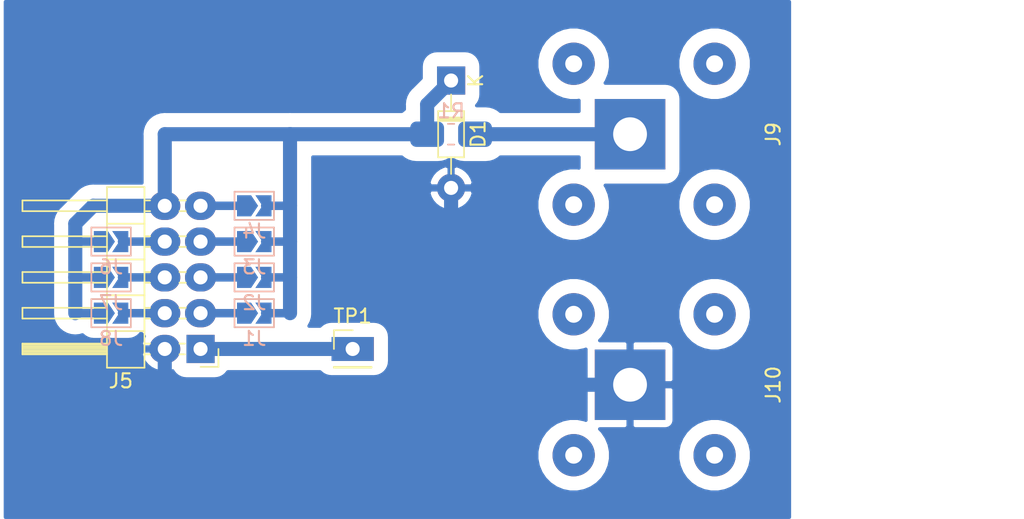
<source format=kicad_pcb>
(kicad_pcb (version 20171130) (host pcbnew "(5.1.9)-1")

  (general
    (thickness 1.6)
    (drawings 0)
    (tracks 36)
    (zones 0)
    (modules 13)
    (nets 12)
  )

  (page A4)
  (layers
    (0 F.Cu signal)
    (31 B.Cu signal)
    (32 B.Adhes user)
    (33 F.Adhes user)
    (34 B.Paste user)
    (35 F.Paste user)
    (36 B.SilkS user)
    (37 F.SilkS user)
    (38 B.Mask user)
    (39 F.Mask user)
    (40 Dwgs.User user)
    (41 Cmts.User user)
    (42 Eco1.User user)
    (43 Eco2.User user)
    (44 Edge.Cuts user)
    (45 Margin user)
    (46 B.CrtYd user)
    (47 F.CrtYd user)
    (48 B.Fab user)
    (49 F.Fab user)
  )

  (setup
    (last_trace_width 0.25)
    (user_trace_width 0.6)
    (user_trace_width 1)
    (trace_clearance 0.2)
    (zone_clearance 1)
    (zone_45_only no)
    (trace_min 0.2)
    (via_size 0.8)
    (via_drill 0.4)
    (via_min_size 0.4)
    (via_min_drill 0.3)
    (uvia_size 0.3)
    (uvia_drill 0.1)
    (uvias_allowed no)
    (uvia_min_size 0.2)
    (uvia_min_drill 0.1)
    (edge_width 0.1)
    (segment_width 0.2)
    (pcb_text_width 0.3)
    (pcb_text_size 1.5 1.5)
    (mod_edge_width 0.15)
    (mod_text_size 1 1)
    (mod_text_width 0.15)
    (pad_size 1.524 1.524)
    (pad_drill 0.762)
    (pad_to_mask_clearance 0)
    (aux_axis_origin 0 0)
    (visible_elements 7FFFFFFF)
    (pcbplotparams
      (layerselection 0x010fc_ffffffff)
      (usegerberextensions false)
      (usegerberattributes true)
      (usegerberadvancedattributes true)
      (creategerberjobfile true)
      (excludeedgelayer true)
      (linewidth 0.100000)
      (plotframeref false)
      (viasonmask false)
      (mode 1)
      (useauxorigin false)
      (hpglpennumber 1)
      (hpglpenspeed 20)
      (hpglpendiameter 15.000000)
      (psnegative false)
      (psa4output false)
      (plotreference true)
      (plotvalue true)
      (plotinvisibletext false)
      (padsonsilk false)
      (subtractmaskfromsilk false)
      (outputformat 1)
      (mirror false)
      (drillshape 1)
      (scaleselection 1)
      (outputdirectory ""))
  )

  (net 0 "")
  (net 1 "Net-(D1-Pad2)")
  (net 2 "Net-(D1-Pad1)")
  (net 3 "Net-(J1-Pad1)")
  (net 4 "Net-(J2-Pad1)")
  (net 5 "Net-(J3-Pad1)")
  (net 6 "Net-(J4-Pad1)")
  (net 7 "Net-(J5-Pad8)")
  (net 8 "Net-(J5-Pad6)")
  (net 9 "Net-(J5-Pad4)")
  (net 10 "Net-(J5-Pad1)")
  (net 11 "Net-(J9-Pad1)")

  (net_class Default "Toto je výchozí třída sítě."
    (clearance 0.2)
    (trace_width 0.25)
    (via_dia 0.8)
    (via_drill 0.4)
    (uvia_dia 0.3)
    (uvia_drill 0.1)
    (add_net "Net-(D1-Pad1)")
    (add_net "Net-(D1-Pad2)")
    (add_net "Net-(J1-Pad1)")
    (add_net "Net-(J2-Pad1)")
    (add_net "Net-(J3-Pad1)")
    (add_net "Net-(J4-Pad1)")
    (add_net "Net-(J5-Pad1)")
    (add_net "Net-(J5-Pad4)")
    (add_net "Net-(J5-Pad6)")
    (add_net "Net-(J5-Pad8)")
    (add_net "Net-(J9-Pad1)")
  )

  (module Jumper:SolderJumper-2_P1.3mm_Open_TrianglePad1.0x1.5mm (layer B.Cu) (tedit 5A64794F) (tstamp 60514661)
    (at 156.845 93.345)
    (descr "SMD Solder Jumper, 1x1.5mm Triangular Pads, 0.3mm gap, open")
    (tags "solder jumper open")
    (path /6053DACB)
    (attr virtual)
    (fp_text reference J8 (at 0 1.8) (layer B.SilkS)
      (effects (font (size 1 1) (thickness 0.15)) (justify mirror))
    )
    (fp_text value Conn_01x02_Male (at 0 -1.9) (layer B.Fab)
      (effects (font (size 1 1) (thickness 0.15)) (justify mirror))
    )
    (fp_line (start 1.65 -1.25) (end -1.65 -1.25) (layer B.CrtYd) (width 0.05))
    (fp_line (start 1.65 -1.25) (end 1.65 1.25) (layer B.CrtYd) (width 0.05))
    (fp_line (start -1.65 1.25) (end -1.65 -1.25) (layer B.CrtYd) (width 0.05))
    (fp_line (start -1.65 1.25) (end 1.65 1.25) (layer B.CrtYd) (width 0.05))
    (fp_line (start -1.4 1) (end 1.4 1) (layer B.SilkS) (width 0.12))
    (fp_line (start 1.4 1) (end 1.4 -1) (layer B.SilkS) (width 0.12))
    (fp_line (start 1.4 -1) (end -1.4 -1) (layer B.SilkS) (width 0.12))
    (fp_line (start -1.4 -1) (end -1.4 1) (layer B.SilkS) (width 0.12))
    (pad 1 smd custom (at -0.725 0) (size 0.3 0.3) (layers B.Cu B.Mask)
      (net 2 "Net-(D1-Pad1)") (zone_connect 2)
      (options (clearance outline) (anchor rect))
      (primitives
        (gr_poly (pts
           (xy -0.5 0.75) (xy 0.5 0.75) (xy 1 0) (xy 0.5 -0.75) (xy -0.5 -0.75)
) (width 0))
      ))
    (pad 2 smd custom (at 0.725 0) (size 0.3 0.3) (layers B.Cu B.Mask)
      (net 9 "Net-(J5-Pad4)") (zone_connect 2)
      (options (clearance outline) (anchor rect))
      (primitives
        (gr_poly (pts
           (xy -0.65 0.75) (xy 0.5 0.75) (xy 0.5 -0.75) (xy -0.65 -0.75) (xy -0.15 0)
) (width 0))
      ))
  )

  (module Jumper:SolderJumper-2_P1.3mm_Open_TrianglePad1.0x1.5mm (layer B.Cu) (tedit 5A64794F) (tstamp 60514653)
    (at 156.845 90.805)
    (descr "SMD Solder Jumper, 1x1.5mm Triangular Pads, 0.3mm gap, open")
    (tags "solder jumper open")
    (path /6053E92D)
    (attr virtual)
    (fp_text reference J7 (at 0 1.8) (layer B.SilkS)
      (effects (font (size 1 1) (thickness 0.15)) (justify mirror))
    )
    (fp_text value Conn_01x02_Male (at 0 -1.9) (layer B.Fab)
      (effects (font (size 1 1) (thickness 0.15)) (justify mirror))
    )
    (fp_line (start 1.65 -1.25) (end -1.65 -1.25) (layer B.CrtYd) (width 0.05))
    (fp_line (start 1.65 -1.25) (end 1.65 1.25) (layer B.CrtYd) (width 0.05))
    (fp_line (start -1.65 1.25) (end -1.65 -1.25) (layer B.CrtYd) (width 0.05))
    (fp_line (start -1.65 1.25) (end 1.65 1.25) (layer B.CrtYd) (width 0.05))
    (fp_line (start -1.4 1) (end 1.4 1) (layer B.SilkS) (width 0.12))
    (fp_line (start 1.4 1) (end 1.4 -1) (layer B.SilkS) (width 0.12))
    (fp_line (start 1.4 -1) (end -1.4 -1) (layer B.SilkS) (width 0.12))
    (fp_line (start -1.4 -1) (end -1.4 1) (layer B.SilkS) (width 0.12))
    (pad 1 smd custom (at -0.725 0) (size 0.3 0.3) (layers B.Cu B.Mask)
      (net 2 "Net-(D1-Pad1)") (zone_connect 2)
      (options (clearance outline) (anchor rect))
      (primitives
        (gr_poly (pts
           (xy -0.5 0.75) (xy 0.5 0.75) (xy 1 0) (xy 0.5 -0.75) (xy -0.5 -0.75)
) (width 0))
      ))
    (pad 2 smd custom (at 0.725 0) (size 0.3 0.3) (layers B.Cu B.Mask)
      (net 8 "Net-(J5-Pad6)") (zone_connect 2)
      (options (clearance outline) (anchor rect))
      (primitives
        (gr_poly (pts
           (xy -0.65 0.75) (xy 0.5 0.75) (xy 0.5 -0.75) (xy -0.65 -0.75) (xy -0.15 0)
) (width 0))
      ))
  )

  (module Jumper:SolderJumper-2_P1.3mm_Open_TrianglePad1.0x1.5mm (layer B.Cu) (tedit 5A64794F) (tstamp 60514645)
    (at 156.845 88.265)
    (descr "SMD Solder Jumper, 1x1.5mm Triangular Pads, 0.3mm gap, open")
    (tags "solder jumper open")
    (path /6053F0C1)
    (attr virtual)
    (fp_text reference J6 (at 0 1.8) (layer B.SilkS)
      (effects (font (size 1 1) (thickness 0.15)) (justify mirror))
    )
    (fp_text value Conn_01x02_Male (at 0 -1.9) (layer B.Fab)
      (effects (font (size 1 1) (thickness 0.15)) (justify mirror))
    )
    (fp_line (start 1.65 -1.25) (end -1.65 -1.25) (layer B.CrtYd) (width 0.05))
    (fp_line (start 1.65 -1.25) (end 1.65 1.25) (layer B.CrtYd) (width 0.05))
    (fp_line (start -1.65 1.25) (end -1.65 -1.25) (layer B.CrtYd) (width 0.05))
    (fp_line (start -1.65 1.25) (end 1.65 1.25) (layer B.CrtYd) (width 0.05))
    (fp_line (start -1.4 1) (end 1.4 1) (layer B.SilkS) (width 0.12))
    (fp_line (start 1.4 1) (end 1.4 -1) (layer B.SilkS) (width 0.12))
    (fp_line (start 1.4 -1) (end -1.4 -1) (layer B.SilkS) (width 0.12))
    (fp_line (start -1.4 -1) (end -1.4 1) (layer B.SilkS) (width 0.12))
    (pad 1 smd custom (at -0.725 0) (size 0.3 0.3) (layers B.Cu B.Mask)
      (net 2 "Net-(D1-Pad1)") (zone_connect 2)
      (options (clearance outline) (anchor rect))
      (primitives
        (gr_poly (pts
           (xy -0.5 0.75) (xy 0.5 0.75) (xy 1 0) (xy 0.5 -0.75) (xy -0.5 -0.75)
) (width 0))
      ))
    (pad 2 smd custom (at 0.725 0) (size 0.3 0.3) (layers B.Cu B.Mask)
      (net 7 "Net-(J5-Pad8)") (zone_connect 2)
      (options (clearance outline) (anchor rect))
      (primitives
        (gr_poly (pts
           (xy -0.65 0.75) (xy 0.5 0.75) (xy 0.5 -0.75) (xy -0.65 -0.75) (xy -0.15 0)
) (width 0))
      ))
  )

  (module Jumper:SolderJumper-2_P1.3mm_Open_TrianglePad1.0x1.5mm (layer B.Cu) (tedit 5A64794F) (tstamp 605145CF)
    (at 167.005 85.725)
    (descr "SMD Solder Jumper, 1x1.5mm Triangular Pads, 0.3mm gap, open")
    (tags "solder jumper open")
    (path /605396F3)
    (attr virtual)
    (fp_text reference J4 (at 0 1.8) (layer B.SilkS)
      (effects (font (size 1 1) (thickness 0.15)) (justify mirror))
    )
    (fp_text value Conn_01x02_Male (at 0 -1.9) (layer B.Fab)
      (effects (font (size 1 1) (thickness 0.15)) (justify mirror))
    )
    (fp_line (start 1.65 -1.25) (end -1.65 -1.25) (layer B.CrtYd) (width 0.05))
    (fp_line (start 1.65 -1.25) (end 1.65 1.25) (layer B.CrtYd) (width 0.05))
    (fp_line (start -1.65 1.25) (end -1.65 -1.25) (layer B.CrtYd) (width 0.05))
    (fp_line (start -1.65 1.25) (end 1.65 1.25) (layer B.CrtYd) (width 0.05))
    (fp_line (start -1.4 1) (end 1.4 1) (layer B.SilkS) (width 0.12))
    (fp_line (start 1.4 1) (end 1.4 -1) (layer B.SilkS) (width 0.12))
    (fp_line (start 1.4 -1) (end -1.4 -1) (layer B.SilkS) (width 0.12))
    (fp_line (start -1.4 -1) (end -1.4 1) (layer B.SilkS) (width 0.12))
    (pad 1 smd custom (at -0.725 0) (size 0.3 0.3) (layers B.Cu B.Mask)
      (net 6 "Net-(J4-Pad1)") (zone_connect 2)
      (options (clearance outline) (anchor rect))
      (primitives
        (gr_poly (pts
           (xy -0.5 0.75) (xy 0.5 0.75) (xy 1 0) (xy 0.5 -0.75) (xy -0.5 -0.75)
) (width 0))
      ))
    (pad 2 smd custom (at 0.725 0) (size 0.3 0.3) (layers B.Cu B.Mask)
      (net 2 "Net-(D1-Pad1)") (zone_connect 2)
      (options (clearance outline) (anchor rect))
      (primitives
        (gr_poly (pts
           (xy -0.65 0.75) (xy 0.5 0.75) (xy 0.5 -0.75) (xy -0.65 -0.75) (xy -0.15 0)
) (width 0))
      ))
  )

  (module Jumper:SolderJumper-2_P1.3mm_Open_TrianglePad1.0x1.5mm (layer B.Cu) (tedit 5A64794F) (tstamp 605145C1)
    (at 167.005 88.265)
    (descr "SMD Solder Jumper, 1x1.5mm Triangular Pads, 0.3mm gap, open")
    (tags "solder jumper open")
    (path /605352E5)
    (attr virtual)
    (fp_text reference J3 (at 0 1.8) (layer B.SilkS)
      (effects (font (size 1 1) (thickness 0.15)) (justify mirror))
    )
    (fp_text value Conn_01x02_Male (at 0 -1.9) (layer B.Fab)
      (effects (font (size 1 1) (thickness 0.15)) (justify mirror))
    )
    (fp_line (start 1.65 -1.25) (end -1.65 -1.25) (layer B.CrtYd) (width 0.05))
    (fp_line (start 1.65 -1.25) (end 1.65 1.25) (layer B.CrtYd) (width 0.05))
    (fp_line (start -1.65 1.25) (end -1.65 -1.25) (layer B.CrtYd) (width 0.05))
    (fp_line (start -1.65 1.25) (end 1.65 1.25) (layer B.CrtYd) (width 0.05))
    (fp_line (start -1.4 1) (end 1.4 1) (layer B.SilkS) (width 0.12))
    (fp_line (start 1.4 1) (end 1.4 -1) (layer B.SilkS) (width 0.12))
    (fp_line (start 1.4 -1) (end -1.4 -1) (layer B.SilkS) (width 0.12))
    (fp_line (start -1.4 -1) (end -1.4 1) (layer B.SilkS) (width 0.12))
    (pad 1 smd custom (at -0.725 0) (size 0.3 0.3) (layers B.Cu B.Mask)
      (net 5 "Net-(J3-Pad1)") (zone_connect 2)
      (options (clearance outline) (anchor rect))
      (primitives
        (gr_poly (pts
           (xy -0.5 0.75) (xy 0.5 0.75) (xy 1 0) (xy 0.5 -0.75) (xy -0.5 -0.75)
) (width 0))
      ))
    (pad 2 smd custom (at 0.725 0) (size 0.3 0.3) (layers B.Cu B.Mask)
      (net 2 "Net-(D1-Pad1)") (zone_connect 2)
      (options (clearance outline) (anchor rect))
      (primitives
        (gr_poly (pts
           (xy -0.65 0.75) (xy 0.5 0.75) (xy 0.5 -0.75) (xy -0.65 -0.75) (xy -0.15 0)
) (width 0))
      ))
  )

  (module Jumper:SolderJumper-2_P1.3mm_Open_TrianglePad1.0x1.5mm (layer B.Cu) (tedit 5A64794F) (tstamp 605145B3)
    (at 167.005 90.805)
    (descr "SMD Solder Jumper, 1x1.5mm Triangular Pads, 0.3mm gap, open")
    (tags "solder jumper open")
    (path /60534A19)
    (attr virtual)
    (fp_text reference J2 (at 0 1.8) (layer B.SilkS)
      (effects (font (size 1 1) (thickness 0.15)) (justify mirror))
    )
    (fp_text value Conn_01x02_Male (at 0 -1.9) (layer B.Fab)
      (effects (font (size 1 1) (thickness 0.15)) (justify mirror))
    )
    (fp_line (start 1.65 -1.25) (end -1.65 -1.25) (layer B.CrtYd) (width 0.05))
    (fp_line (start 1.65 -1.25) (end 1.65 1.25) (layer B.CrtYd) (width 0.05))
    (fp_line (start -1.65 1.25) (end -1.65 -1.25) (layer B.CrtYd) (width 0.05))
    (fp_line (start -1.65 1.25) (end 1.65 1.25) (layer B.CrtYd) (width 0.05))
    (fp_line (start -1.4 1) (end 1.4 1) (layer B.SilkS) (width 0.12))
    (fp_line (start 1.4 1) (end 1.4 -1) (layer B.SilkS) (width 0.12))
    (fp_line (start 1.4 -1) (end -1.4 -1) (layer B.SilkS) (width 0.12))
    (fp_line (start -1.4 -1) (end -1.4 1) (layer B.SilkS) (width 0.12))
    (pad 1 smd custom (at -0.725 0) (size 0.3 0.3) (layers B.Cu B.Mask)
      (net 4 "Net-(J2-Pad1)") (zone_connect 2)
      (options (clearance outline) (anchor rect))
      (primitives
        (gr_poly (pts
           (xy -0.5 0.75) (xy 0.5 0.75) (xy 1 0) (xy 0.5 -0.75) (xy -0.5 -0.75)
) (width 0))
      ))
    (pad 2 smd custom (at 0.725 0) (size 0.3 0.3) (layers B.Cu B.Mask)
      (net 2 "Net-(D1-Pad1)") (zone_connect 2)
      (options (clearance outline) (anchor rect))
      (primitives
        (gr_poly (pts
           (xy -0.65 0.75) (xy 0.5 0.75) (xy 0.5 -0.75) (xy -0.65 -0.75) (xy -0.15 0)
) (width 0))
      ))
  )

  (module Jumper:SolderJumper-2_P1.3mm_Open_TrianglePad1.0x1.5mm (layer B.Cu) (tedit 5A64794F) (tstamp 605145A5)
    (at 167.005 93.345)
    (descr "SMD Solder Jumper, 1x1.5mm Triangular Pads, 0.3mm gap, open")
    (tags "solder jumper open")
    (path /60531B24)
    (attr virtual)
    (fp_text reference J1 (at 0 1.8) (layer B.SilkS)
      (effects (font (size 1 1) (thickness 0.15)) (justify mirror))
    )
    (fp_text value Conn_01x02_Male (at 0 -1.9) (layer B.Fab)
      (effects (font (size 1 1) (thickness 0.15)) (justify mirror))
    )
    (fp_line (start 1.65 -1.25) (end -1.65 -1.25) (layer B.CrtYd) (width 0.05))
    (fp_line (start 1.65 -1.25) (end 1.65 1.25) (layer B.CrtYd) (width 0.05))
    (fp_line (start -1.65 1.25) (end -1.65 -1.25) (layer B.CrtYd) (width 0.05))
    (fp_line (start -1.65 1.25) (end 1.65 1.25) (layer B.CrtYd) (width 0.05))
    (fp_line (start -1.4 1) (end 1.4 1) (layer B.SilkS) (width 0.12))
    (fp_line (start 1.4 1) (end 1.4 -1) (layer B.SilkS) (width 0.12))
    (fp_line (start 1.4 -1) (end -1.4 -1) (layer B.SilkS) (width 0.12))
    (fp_line (start -1.4 -1) (end -1.4 1) (layer B.SilkS) (width 0.12))
    (pad 1 smd custom (at -0.725 0) (size 0.3 0.3) (layers B.Cu B.Mask)
      (net 3 "Net-(J1-Pad1)") (zone_connect 2)
      (options (clearance outline) (anchor rect))
      (primitives
        (gr_poly (pts
           (xy -0.5 0.75) (xy 0.5 0.75) (xy 1 0) (xy 0.5 -0.75) (xy -0.5 -0.75)
) (width 0))
      ))
    (pad 2 smd custom (at 0.725 0) (size 0.3 0.3) (layers B.Cu B.Mask)
      (net 2 "Net-(D1-Pad1)") (zone_connect 2)
      (options (clearance outline) (anchor rect))
      (primitives
        (gr_poly (pts
           (xy -0.65 0.75) (xy 0.5 0.75) (xy 0.5 -0.75) (xy -0.65 -0.75) (xy -0.15 0)
) (width 0))
      ))
  )

  (module AR_Library:AR_PinHeader_1x01_P2.54mm_Vertical (layer F.Cu) (tedit 60192AC7) (tstamp 60512E38)
    (at 173.99 95.885)
    (descr "Through hole straight pin header, 1x01, 2.54mm pitch, single row")
    (tags "Through hole pin header THT 1x01 2.54mm single row")
    (path /606BD50E)
    (fp_text reference TP1 (at 0 -2.33) (layer F.SilkS)
      (effects (font (size 1 1) (thickness 0.15)))
    )
    (fp_text value TestPoint (at 0 2.33) (layer F.Fab)
      (effects (font (size 1 1) (thickness 0.15)))
    )
    (fp_line (start -0.635 -1.27) (end 1.27 -1.27) (layer F.Fab) (width 0.1))
    (fp_line (start 1.27 -1.27) (end 1.27 1.27) (layer F.Fab) (width 0.1))
    (fp_line (start 1.27 1.27) (end -1.27 1.27) (layer F.Fab) (width 0.1))
    (fp_line (start -1.27 1.27) (end -1.27 -0.635) (layer F.Fab) (width 0.1))
    (fp_line (start -1.27 -0.635) (end -0.635 -1.27) (layer F.Fab) (width 0.1))
    (fp_line (start -1.33 1.33) (end 1.33 1.33) (layer F.SilkS) (width 0.12))
    (fp_line (start -1.33 1.27) (end -1.33 1.33) (layer F.SilkS) (width 0.12))
    (fp_line (start 1.33 1.27) (end 1.33 1.33) (layer F.SilkS) (width 0.12))
    (fp_line (start -1.33 1.27) (end 1.33 1.27) (layer F.SilkS) (width 0.12))
    (fp_line (start -1.33 0) (end -1.33 -1.33) (layer F.SilkS) (width 0.12))
    (fp_line (start -1.33 -1.33) (end 0 -1.33) (layer F.SilkS) (width 0.12))
    (fp_line (start -1.8 -1.8) (end -1.8 1.8) (layer F.CrtYd) (width 0.05))
    (fp_line (start -1.8 1.8) (end 1.8 1.8) (layer F.CrtYd) (width 0.05))
    (fp_line (start 1.8 1.8) (end 1.8 -1.8) (layer F.CrtYd) (width 0.05))
    (fp_line (start 1.8 -1.8) (end -1.8 -1.8) (layer F.CrtYd) (width 0.05))
    (fp_text user %R (at 0 0 90) (layer F.Fab)
      (effects (font (size 1 1) (thickness 0.15)))
    )
    (pad 1 thru_hole rect (at 0 0) (size 3 1.7) (drill 1) (layers *.Cu *.Mask)
      (net 10 "Net-(J5-Pad1)"))
    (model ${KISYS3DMOD}/Connector_PinHeader_2.54mm.3dshapes/PinHeader_1x01_P2.54mm_Vertical.wrl
      (at (xyz 0 0 0))
      (scale (xyz 1 1 1))
      (rotate (xyz 0 0 0))
    )
  )

  (module AR_Library:AR_R_0805_2012Metric (layer B.Cu) (tedit 601926D9) (tstamp 60512E23)
    (at 180.975 80.645 180)
    (descr "Resistor SMD 0805 (2012 Metric), square (rectangular) end terminal, IPC_7351 nominal, (Body size source: IPC-SM-782 page 72, https://www.pcb-3d.com/wordpress/wp-content/uploads/ipc-sm-782a_amendment_1_and_2.pdf), generated with kicad-footprint-generator")
    (tags resistor)
    (path /6050F325)
    (attr smd)
    (fp_text reference R1 (at 0 1.65) (layer B.SilkS)
      (effects (font (size 1 1) (thickness 0.15)) (justify mirror))
    )
    (fp_text value 10k (at 0 -1.65) (layer B.Fab)
      (effects (font (size 1 1) (thickness 0.15)) (justify mirror))
    )
    (fp_line (start -1 -0.625) (end -1 0.625) (layer B.Fab) (width 0.1))
    (fp_line (start -1 0.625) (end 1 0.625) (layer B.Fab) (width 0.1))
    (fp_line (start 1 0.625) (end 1 -0.625) (layer B.Fab) (width 0.1))
    (fp_line (start 1 -0.625) (end -1 -0.625) (layer B.Fab) (width 0.1))
    (fp_line (start -0.227064 0.735) (end 0.227064 0.735) (layer B.SilkS) (width 0.12))
    (fp_line (start -0.227064 -0.735) (end 0.227064 -0.735) (layer B.SilkS) (width 0.12))
    (fp_line (start -1.68 -0.95) (end -1.68 0.95) (layer B.CrtYd) (width 0.05))
    (fp_line (start -1.68 0.95) (end 1.68 0.95) (layer B.CrtYd) (width 0.05))
    (fp_line (start 1.68 0.95) (end 1.68 -0.95) (layer B.CrtYd) (width 0.05))
    (fp_line (start 1.68 -0.95) (end -1.68 -0.95) (layer B.CrtYd) (width 0.05))
    (fp_text user %R (at 0 0) (layer B.Fab)
      (effects (font (size 0.5 0.5) (thickness 0.08)) (justify mirror))
    )
    (pad 2 smd roundrect (at 1.7 0 180) (size 2.4 1.8) (layers B.Cu B.Paste B.Mask) (roundrect_rratio 0.244)
      (net 2 "Net-(D1-Pad1)"))
    (pad 1 smd roundrect (at -1.7 0 180) (size 2.4 1.8) (layers B.Cu B.Paste B.Mask) (roundrect_rratio 0.244)
      (net 11 "Net-(J9-Pad1)"))
    (model ${KISYS3DMOD}/Resistor_SMD.3dshapes/R_0805_2012Metric.wrl
      (at (xyz 0 0 0))
      (scale (xyz 1 1 1))
      (rotate (xyz 0 0 0))
    )
  )

  (module AR_Library:AR_AMASS_4mm_Horizontal (layer F.Cu) (tedit 604E3814) (tstamp 60512E12)
    (at 193.675 98.425 270)
    (descr "Connector XT30 Horizontal PCB Male, https://www.tme.eu/en/Document/ce4077e36b79046da520ca73227e15de/XT30PW%20SPEC.pdf")
    (tags "RC Connector XT30")
    (path /6051A2D4)
    (fp_text reference J10 (at 0 -10.16 90) (layer F.SilkS)
      (effects (font (size 1 1) (thickness 0.15)))
    )
    (fp_text value Conn_01x01_Female (at 0 7.62 90) (layer F.Fab)
      (effects (font (size 1 1) (thickness 0.15)))
    )
    (fp_line (start -7.62 -27.94) (end -7.62 6.35) (layer F.CrtYd) (width 0.05))
    (fp_line (start -7.62 6.35) (end 7.62 6.35) (layer F.CrtYd) (width 0.05))
    (fp_line (start 7.62 -27.94) (end 7.62 6.35) (layer F.CrtYd) (width 0.05))
    (fp_line (start -7.62 -27.94) (end 7.62 -27.94) (layer F.CrtYd) (width 0.05))
    (fp_text user %R (at -2.5 -3 90) (layer F.Fab)
      (effects (font (size 1 1) (thickness 0.15)))
    )
    (pad "" thru_hole circle (at -5 -6 270) (size 3 3) (drill 1.2) (layers *.Cu *.Mask))
    (pad "" thru_hole circle (at 5 -6 270) (size 3 3) (drill 1.2) (layers *.Cu *.Mask))
    (pad "" thru_hole circle (at -5 4 270) (size 3 3) (drill 1.2) (layers *.Cu *.Mask))
    (pad 1 thru_hole rect (at 0 0 270) (size 5 5) (drill 2.4) (layers *.Cu *.Mask)
      (net 1 "Net-(D1-Pad2)"))
    (pad "" thru_hole circle (at 5 4 270) (size 3 3) (drill 1.2) (layers *.Cu *.Mask))
    (model ${KISYS3DMOD}/Connector_AMASS.3dshapes/AMASS_XT30PW-M_1x02_P2.50mm_Horizontal.wrl
      (at (xyz 0 0 0))
      (scale (xyz 1 1 1))
      (rotate (xyz 0 0 0))
    )
  )

  (module AR_Library:AR_AMASS_4mm_Horizontal (layer F.Cu) (tedit 604E3814) (tstamp 60512E04)
    (at 193.675 80.645 270)
    (descr "Connector XT30 Horizontal PCB Male, https://www.tme.eu/en/Document/ce4077e36b79046da520ca73227e15de/XT30PW%20SPEC.pdf")
    (tags "RC Connector XT30")
    (path /6051AB13)
    (fp_text reference J9 (at 0 -10.16 90) (layer F.SilkS)
      (effects (font (size 1 1) (thickness 0.15)))
    )
    (fp_text value Conn_01x01_Female (at 0 7.62 90) (layer F.Fab)
      (effects (font (size 1 1) (thickness 0.15)))
    )
    (fp_line (start -7.62 -27.94) (end -7.62 6.35) (layer F.CrtYd) (width 0.05))
    (fp_line (start -7.62 6.35) (end 7.62 6.35) (layer F.CrtYd) (width 0.05))
    (fp_line (start 7.62 -27.94) (end 7.62 6.35) (layer F.CrtYd) (width 0.05))
    (fp_line (start -7.62 -27.94) (end 7.62 -27.94) (layer F.CrtYd) (width 0.05))
    (fp_text user %R (at -2.5 -3 90) (layer F.Fab)
      (effects (font (size 1 1) (thickness 0.15)))
    )
    (pad "" thru_hole circle (at -5 -6 270) (size 3 3) (drill 1.2) (layers *.Cu *.Mask))
    (pad "" thru_hole circle (at 5 -6 270) (size 3 3) (drill 1.2) (layers *.Cu *.Mask))
    (pad "" thru_hole circle (at -5 4 270) (size 3 3) (drill 1.2) (layers *.Cu *.Mask))
    (pad 1 thru_hole rect (at 0 0 270) (size 5 5) (drill 2.4) (layers *.Cu *.Mask)
      (net 11 "Net-(J9-Pad1)"))
    (pad "" thru_hole circle (at 5 4 270) (size 3 3) (drill 1.2) (layers *.Cu *.Mask))
    (model ${KISYS3DMOD}/Connector_AMASS.3dshapes/AMASS_XT30PW-M_1x02_P2.50mm_Horizontal.wrl
      (at (xyz 0 0 0))
      (scale (xyz 1 1 1))
      (rotate (xyz 0 0 0))
    )
  )

  (module AR_Library:AR_PinHeader_2x05_P2.54mm_Horizontal (layer F.Cu) (tedit 604E2281) (tstamp 60512DF6)
    (at 163.195 95.885 180)
    (descr "Through hole angled pin header, 2x05, 2.54mm pitch, 6mm pin length, double rows")
    (tags "Through hole angled pin header THT 2x05 2.54mm double row")
    (path /60510CB1)
    (fp_text reference J5 (at 5.655 -2.27) (layer F.SilkS)
      (effects (font (size 1 1) (thickness 0.15)))
    )
    (fp_text value Conn_02x05_Odd_Even (at 5.655 12.43) (layer F.Fab)
      (effects (font (size 1 1) (thickness 0.15)))
    )
    (fp_line (start 4.675 -1.27) (end 6.58 -1.27) (layer F.Fab) (width 0.1))
    (fp_line (start 6.58 -1.27) (end 6.58 11.43) (layer F.Fab) (width 0.1))
    (fp_line (start 6.58 11.43) (end 4.04 11.43) (layer F.Fab) (width 0.1))
    (fp_line (start 4.04 11.43) (end 4.04 -0.635) (layer F.Fab) (width 0.1))
    (fp_line (start 4.04 -0.635) (end 4.675 -1.27) (layer F.Fab) (width 0.1))
    (fp_line (start -0.32 -0.32) (end 4.04 -0.32) (layer F.Fab) (width 0.1))
    (fp_line (start -0.32 -0.32) (end -0.32 0.32) (layer F.Fab) (width 0.1))
    (fp_line (start -0.32 0.32) (end 4.04 0.32) (layer F.Fab) (width 0.1))
    (fp_line (start 6.58 -0.32) (end 12.58 -0.32) (layer F.Fab) (width 0.1))
    (fp_line (start 12.58 -0.32) (end 12.58 0.32) (layer F.Fab) (width 0.1))
    (fp_line (start 6.58 0.32) (end 12.58 0.32) (layer F.Fab) (width 0.1))
    (fp_line (start -0.32 2.22) (end 4.04 2.22) (layer F.Fab) (width 0.1))
    (fp_line (start -0.32 2.22) (end -0.32 2.86) (layer F.Fab) (width 0.1))
    (fp_line (start -0.32 2.86) (end 4.04 2.86) (layer F.Fab) (width 0.1))
    (fp_line (start 6.58 2.22) (end 12.58 2.22) (layer F.Fab) (width 0.1))
    (fp_line (start 12.58 2.22) (end 12.58 2.86) (layer F.Fab) (width 0.1))
    (fp_line (start 6.58 2.86) (end 12.58 2.86) (layer F.Fab) (width 0.1))
    (fp_line (start -0.32 4.76) (end 4.04 4.76) (layer F.Fab) (width 0.1))
    (fp_line (start -0.32 4.76) (end -0.32 5.4) (layer F.Fab) (width 0.1))
    (fp_line (start -0.32 5.4) (end 4.04 5.4) (layer F.Fab) (width 0.1))
    (fp_line (start 6.58 4.76) (end 12.58 4.76) (layer F.Fab) (width 0.1))
    (fp_line (start 12.58 4.76) (end 12.58 5.4) (layer F.Fab) (width 0.1))
    (fp_line (start 6.58 5.4) (end 12.58 5.4) (layer F.Fab) (width 0.1))
    (fp_line (start -0.32 7.3) (end 4.04 7.3) (layer F.Fab) (width 0.1))
    (fp_line (start -0.32 7.3) (end -0.32 7.94) (layer F.Fab) (width 0.1))
    (fp_line (start -0.32 7.94) (end 4.04 7.94) (layer F.Fab) (width 0.1))
    (fp_line (start 6.58 7.3) (end 12.58 7.3) (layer F.Fab) (width 0.1))
    (fp_line (start 12.58 7.3) (end 12.58 7.94) (layer F.Fab) (width 0.1))
    (fp_line (start 6.58 7.94) (end 12.58 7.94) (layer F.Fab) (width 0.1))
    (fp_line (start -0.32 9.84) (end 4.04 9.84) (layer F.Fab) (width 0.1))
    (fp_line (start -0.32 9.84) (end -0.32 10.48) (layer F.Fab) (width 0.1))
    (fp_line (start -0.32 10.48) (end 4.04 10.48) (layer F.Fab) (width 0.1))
    (fp_line (start 6.58 9.84) (end 12.58 9.84) (layer F.Fab) (width 0.1))
    (fp_line (start 12.58 9.84) (end 12.58 10.48) (layer F.Fab) (width 0.1))
    (fp_line (start 6.58 10.48) (end 12.58 10.48) (layer F.Fab) (width 0.1))
    (fp_line (start 3.98 -1.33) (end 3.98 11.49) (layer F.SilkS) (width 0.12))
    (fp_line (start 3.98 11.49) (end 6.64 11.49) (layer F.SilkS) (width 0.12))
    (fp_line (start 6.64 11.49) (end 6.64 -1.33) (layer F.SilkS) (width 0.12))
    (fp_line (start 6.64 -1.33) (end 3.98 -1.33) (layer F.SilkS) (width 0.12))
    (fp_line (start 6.64 -0.38) (end 12.64 -0.38) (layer F.SilkS) (width 0.12))
    (fp_line (start 12.64 -0.38) (end 12.64 0.38) (layer F.SilkS) (width 0.12))
    (fp_line (start 12.64 0.38) (end 6.64 0.38) (layer F.SilkS) (width 0.12))
    (fp_line (start 6.64 -0.32) (end 12.64 -0.32) (layer F.SilkS) (width 0.12))
    (fp_line (start 6.64 -0.2) (end 12.64 -0.2) (layer F.SilkS) (width 0.12))
    (fp_line (start 6.64 -0.08) (end 12.64 -0.08) (layer F.SilkS) (width 0.12))
    (fp_line (start 6.64 0.04) (end 12.64 0.04) (layer F.SilkS) (width 0.12))
    (fp_line (start 6.64 0.16) (end 12.64 0.16) (layer F.SilkS) (width 0.12))
    (fp_line (start 6.64 0.28) (end 12.64 0.28) (layer F.SilkS) (width 0.12))
    (fp_line (start 3.582929 -0.38) (end 3.98 -0.38) (layer F.SilkS) (width 0.12))
    (fp_line (start 3.582929 0.38) (end 3.98 0.38) (layer F.SilkS) (width 0.12))
    (fp_line (start 1.11 -0.38) (end 1.497071 -0.38) (layer F.SilkS) (width 0.12))
    (fp_line (start 1.11 0.38) (end 1.497071 0.38) (layer F.SilkS) (width 0.12))
    (fp_line (start 3.98 1.27) (end 6.64 1.27) (layer F.SilkS) (width 0.12))
    (fp_line (start 6.64 2.16) (end 12.64 2.16) (layer F.SilkS) (width 0.12))
    (fp_line (start 12.64 2.16) (end 12.64 2.92) (layer F.SilkS) (width 0.12))
    (fp_line (start 12.64 2.92) (end 6.64 2.92) (layer F.SilkS) (width 0.12))
    (fp_line (start 3.582929 2.16) (end 3.98 2.16) (layer F.SilkS) (width 0.12))
    (fp_line (start 3.582929 2.92) (end 3.98 2.92) (layer F.SilkS) (width 0.12))
    (fp_line (start 1.042929 2.16) (end 1.497071 2.16) (layer F.SilkS) (width 0.12))
    (fp_line (start 1.042929 2.92) (end 1.497071 2.92) (layer F.SilkS) (width 0.12))
    (fp_line (start 3.98 3.81) (end 6.64 3.81) (layer F.SilkS) (width 0.12))
    (fp_line (start 6.64 4.7) (end 12.64 4.7) (layer F.SilkS) (width 0.12))
    (fp_line (start 12.64 4.7) (end 12.64 5.46) (layer F.SilkS) (width 0.12))
    (fp_line (start 12.64 5.46) (end 6.64 5.46) (layer F.SilkS) (width 0.12))
    (fp_line (start 3.582929 4.7) (end 3.98 4.7) (layer F.SilkS) (width 0.12))
    (fp_line (start 3.582929 5.46) (end 3.98 5.46) (layer F.SilkS) (width 0.12))
    (fp_line (start 1.042929 4.7) (end 1.497071 4.7) (layer F.SilkS) (width 0.12))
    (fp_line (start 1.042929 5.46) (end 1.497071 5.46) (layer F.SilkS) (width 0.12))
    (fp_line (start 3.98 6.35) (end 6.64 6.35) (layer F.SilkS) (width 0.12))
    (fp_line (start 6.64 7.24) (end 12.64 7.24) (layer F.SilkS) (width 0.12))
    (fp_line (start 12.64 7.24) (end 12.64 8) (layer F.SilkS) (width 0.12))
    (fp_line (start 12.64 8) (end 6.64 8) (layer F.SilkS) (width 0.12))
    (fp_line (start 3.582929 7.24) (end 3.98 7.24) (layer F.SilkS) (width 0.12))
    (fp_line (start 3.582929 8) (end 3.98 8) (layer F.SilkS) (width 0.12))
    (fp_line (start 1.042929 7.24) (end 1.497071 7.24) (layer F.SilkS) (width 0.12))
    (fp_line (start 1.042929 8) (end 1.497071 8) (layer F.SilkS) (width 0.12))
    (fp_line (start 3.98 8.89) (end 6.64 8.89) (layer F.SilkS) (width 0.12))
    (fp_line (start 6.64 9.78) (end 12.64 9.78) (layer F.SilkS) (width 0.12))
    (fp_line (start 12.64 9.78) (end 12.64 10.54) (layer F.SilkS) (width 0.12))
    (fp_line (start 12.64 10.54) (end 6.64 10.54) (layer F.SilkS) (width 0.12))
    (fp_line (start 3.582929 9.78) (end 3.98 9.78) (layer F.SilkS) (width 0.12))
    (fp_line (start 3.582929 10.54) (end 3.98 10.54) (layer F.SilkS) (width 0.12))
    (fp_line (start 1.042929 9.78) (end 1.497071 9.78) (layer F.SilkS) (width 0.12))
    (fp_line (start 1.042929 10.54) (end 1.497071 10.54) (layer F.SilkS) (width 0.12))
    (fp_line (start -1.27 0) (end -1.27 -1.27) (layer F.SilkS) (width 0.12))
    (fp_line (start -1.27 -1.27) (end 0 -1.27) (layer F.SilkS) (width 0.12))
    (fp_line (start -1.8 -1.8) (end -1.8 11.95) (layer F.CrtYd) (width 0.05))
    (fp_line (start -1.8 11.95) (end 13.1 11.95) (layer F.CrtYd) (width 0.05))
    (fp_line (start 13.1 11.95) (end 13.1 -1.8) (layer F.CrtYd) (width 0.05))
    (fp_line (start 13.1 -1.8) (end -1.8 -1.8) (layer F.CrtYd) (width 0.05))
    (fp_text user %R (at 5.31 5.08 90) (layer F.Fab)
      (effects (font (size 1 1) (thickness 0.15)))
    )
    (pad 10 thru_hole oval (at 2.54 10.16 180) (size 2.2 2) (drill 1) (layers *.Cu *.Mask)
      (net 2 "Net-(D1-Pad1)"))
    (pad 9 thru_hole oval (at 0 10.16 180) (size 2.2 2) (drill 1) (layers *.Cu *.Mask)
      (net 6 "Net-(J4-Pad1)"))
    (pad 8 thru_hole oval (at 2.54 7.62 180) (size 2.2 2) (drill 1) (layers *.Cu *.Mask)
      (net 7 "Net-(J5-Pad8)"))
    (pad 7 thru_hole oval (at 0 7.62 180) (size 2.2 2) (drill 1) (layers *.Cu *.Mask)
      (net 5 "Net-(J3-Pad1)"))
    (pad 6 thru_hole oval (at 2.54 5.08 180) (size 2.2 2) (drill 1) (layers *.Cu *.Mask)
      (net 8 "Net-(J5-Pad6)"))
    (pad 5 thru_hole oval (at 0 5.08 180) (size 2.2 2) (drill 1) (layers *.Cu *.Mask)
      (net 4 "Net-(J2-Pad1)"))
    (pad 4 thru_hole oval (at 2.54 2.54 180) (size 2.2 2) (drill 1) (layers *.Cu *.Mask)
      (net 9 "Net-(J5-Pad4)"))
    (pad 3 thru_hole oval (at 0 2.54 180) (size 2.2 2) (drill 1) (layers *.Cu *.Mask)
      (net 3 "Net-(J1-Pad1)"))
    (pad 2 thru_hole oval (at 2.54 0 180) (size 2.2 2) (drill 1) (layers *.Cu *.Mask)
      (net 1 "Net-(D1-Pad2)"))
    (pad 1 thru_hole rect (at 0 0 180) (size 2 2) (drill 1) (layers *.Cu *.Mask)
      (net 10 "Net-(J5-Pad1)"))
    (model ${KISYS3DMOD}/Connector_PinHeader_2.54mm.3dshapes/PinHeader_2x05_P2.54mm_Horizontal.wrl
      (at (xyz 0 0 0))
      (scale (xyz 1 1 1))
      (rotate (xyz 0 0 0))
    )
  )

  (module AR_Library:AR_D_DO-34_SOD68_P7.62mm_Horizontal (layer F.Cu) (tedit 6050CED1) (tstamp 60512D8D)
    (at 180.975 76.835 270)
    (descr "Diode, DO-34_SOD68 series, Axial, Horizontal, pin pitch=7.62mm, , length*diameter=3.04*1.6mm^2, , https://www.nxp.com/docs/en/data-sheet/KTY83_SER.pdf")
    (tags "Diode DO-34_SOD68 series Axial Horizontal pin pitch 7.62mm  length 3.04mm diameter 1.6mm")
    (path /6050E955)
    (fp_text reference D1 (at 3.81 -1.92 90) (layer F.SilkS)
      (effects (font (size 1 1) (thickness 0.15)))
    )
    (fp_text value 4,7V (at 3.81 1.92 90) (layer F.Fab)
      (effects (font (size 1 1) (thickness 0.15)))
    )
    (fp_line (start 2.29 -0.8) (end 2.29 0.8) (layer F.Fab) (width 0.1))
    (fp_line (start 2.29 0.8) (end 5.33 0.8) (layer F.Fab) (width 0.1))
    (fp_line (start 5.33 0.8) (end 5.33 -0.8) (layer F.Fab) (width 0.1))
    (fp_line (start 5.33 -0.8) (end 2.29 -0.8) (layer F.Fab) (width 0.1))
    (fp_line (start 0 0) (end 2.29 0) (layer F.Fab) (width 0.1))
    (fp_line (start 7.62 0) (end 5.33 0) (layer F.Fab) (width 0.1))
    (fp_line (start 2.746 -0.8) (end 2.746 0.8) (layer F.Fab) (width 0.1))
    (fp_line (start 2.846 -0.8) (end 2.846 0.8) (layer F.Fab) (width 0.1))
    (fp_line (start 2.646 -0.8) (end 2.646 0.8) (layer F.Fab) (width 0.1))
    (fp_line (start 2.17 -0.92) (end 2.17 0.92) (layer F.SilkS) (width 0.12))
    (fp_line (start 2.17 0.92) (end 5.45 0.92) (layer F.SilkS) (width 0.12))
    (fp_line (start 5.45 0.92) (end 5.45 -0.92) (layer F.SilkS) (width 0.12))
    (fp_line (start 5.45 -0.92) (end 2.17 -0.92) (layer F.SilkS) (width 0.12))
    (fp_line (start 0.99 0) (end 2.17 0) (layer F.SilkS) (width 0.12))
    (fp_line (start 6.63 0) (end 5.45 0) (layer F.SilkS) (width 0.12))
    (fp_line (start 2.746 -0.92) (end 2.746 0.92) (layer F.SilkS) (width 0.12))
    (fp_line (start 2.866 -0.92) (end 2.866 0.92) (layer F.SilkS) (width 0.12))
    (fp_line (start 2.626 -0.92) (end 2.626 0.92) (layer F.SilkS) (width 0.12))
    (fp_line (start -1 -1.05) (end -1 1.05) (layer F.CrtYd) (width 0.05))
    (fp_line (start -1 1.05) (end 8.63 1.05) (layer F.CrtYd) (width 0.05))
    (fp_line (start 8.63 1.05) (end 8.63 -1.05) (layer F.CrtYd) (width 0.05))
    (fp_line (start 8.63 -1.05) (end -1 -1.05) (layer F.CrtYd) (width 0.05))
    (fp_text user K (at 0 -1.75 90) (layer F.SilkS)
      (effects (font (size 1 1) (thickness 0.15)))
    )
    (fp_text user K (at 0 -1.75 90) (layer F.Fab)
      (effects (font (size 1 1) (thickness 0.15)))
    )
    (fp_text user %R (at 4.038 0 90) (layer F.Fab)
      (effects (font (size 0.608 0.608) (thickness 0.0912)))
    )
    (pad 2 thru_hole oval (at 7.62 0 270) (size 2 2) (drill 1) (layers *.Cu *.Mask)
      (net 1 "Net-(D1-Pad2)"))
    (pad 1 thru_hole rect (at 0 0 270) (size 2 2) (drill 1) (layers *.Cu *.Mask)
      (net 2 "Net-(D1-Pad1)"))
    (model ${KISYS3DMOD}/Diode_THT.3dshapes/D_DO-34_SOD68_P7.62mm_Horizontal.wrl
      (at (xyz 0 0 0))
      (scale (xyz 1 1 1))
      (rotate (xyz 0 0 0))
    )
  )

  (segment (start 160.655 98.425) (end 160.655 95.885) (width 1) (layer B.Cu) (net 1))
  (segment (start 180.975 98.425) (end 160.655 98.425) (width 1) (layer B.Cu) (net 1))
  (segment (start 193.675 98.425) (end 180.975 98.425) (width 1) (layer B.Cu) (net 1))
  (segment (start 180.975 84.455) (end 180.975 87.63) (width 1) (layer B.Cu) (net 1))
  (segment (start 180.975 87.63) (end 180.975 98.425) (width 1) (layer B.Cu) (net 1))
  (segment (start 179.275 78.535) (end 180.975 76.835) (width 1) (layer B.Cu) (net 2))
  (segment (start 179.275 80.645) (end 179.275 78.535) (width 1) (layer B.Cu) (net 2))
  (segment (start 160.655 85.725) (end 160.655 80.645) (width 1) (layer B.Cu) (net 2))
  (segment (start 156.12 93.345) (end 154.305 93.345) (width 0.6) (layer B.Cu) (net 2))
  (segment (start 156.12 90.805) (end 154.305 90.805) (width 0.6) (layer B.Cu) (net 2))
  (segment (start 156.12 88.265) (end 154.305 88.265) (width 0.6) (layer B.Cu) (net 2))
  (segment (start 160.655 80.645) (end 169.545 80.645) (width 1) (layer B.Cu) (net 2))
  (segment (start 169.545 80.645) (end 179.275 80.645) (width 1) (layer B.Cu) (net 2))
  (segment (start 154.305 93.345) (end 154.305 90.805) (width 1) (layer B.Cu) (net 2))
  (segment (start 154.305 90.805) (end 154.305 88.265) (width 1) (layer B.Cu) (net 2))
  (segment (start 154.305 88.265) (end 154.305 86.995) (width 1) (layer B.Cu) (net 2))
  (segment (start 154.305 86.995) (end 155.575 85.725) (width 1) (layer B.Cu) (net 2))
  (segment (start 155.575 85.725) (end 160.655 85.725) (width 1) (layer B.Cu) (net 2))
  (segment (start 169.545 85.725) (end 168.275 85.725) (width 0.6) (layer B.Cu) (net 2))
  (segment (start 169.545 80.645) (end 169.545 85.725) (width 1) (layer B.Cu) (net 2))
  (segment (start 168.275 85.725) (end 167.78001 85.725) (width 0.6) (layer B.Cu) (net 2))
  (segment (start 169.545 88.265) (end 167.78001 88.265) (width 0.6) (layer B.Cu) (net 2))
  (segment (start 169.545 85.725) (end 169.545 88.265) (width 1) (layer B.Cu) (net 2))
  (segment (start 169.545 90.805) (end 167.78001 90.805) (width 0.6) (layer B.Cu) (net 2))
  (segment (start 169.545 88.265) (end 169.545 90.805) (width 1) (layer B.Cu) (net 2))
  (segment (start 169.545 90.805) (end 169.545 93.345) (width 1) (layer B.Cu) (net 2))
  (segment (start 169.545 93.345) (end 167.78001 93.345) (width 0.6) (layer B.Cu) (net 2))
  (segment (start 163.195 93.345) (end 166.28 93.345) (width 0.6) (layer B.Cu) (net 3))
  (segment (start 163.195 90.805) (end 166.28 90.805) (width 0.6) (layer B.Cu) (net 4))
  (segment (start 163.195 88.265) (end 166.28 88.265) (width 0.6) (layer B.Cu) (net 5))
  (segment (start 163.195 85.725) (end 166.28 85.725) (width 0.6) (layer B.Cu) (net 6))
  (segment (start 160.655 88.265) (end 157.62001 88.265) (width 0.6) (layer B.Cu) (net 7))
  (segment (start 160.655 90.805) (end 157.62001 90.805) (width 0.6) (layer B.Cu) (net 8))
  (segment (start 160.655 93.345) (end 157.62001 93.345) (width 0.6) (layer B.Cu) (net 9))
  (segment (start 163.195 95.885) (end 173.99 95.885) (width 1) (layer B.Cu) (net 10))
  (segment (start 193.675 80.645) (end 182.675 80.645) (width 1) (layer B.Cu) (net 11))

  (zone (net 1) (net_name "Net-(D1-Pad2)") (layer B.Cu) (tstamp 0) (hatch edge 0.508)
    (connect_pads (clearance 1))
    (min_thickness 0.254)
    (fill yes (arc_segments 32) (thermal_gap 0.508) (thermal_bridge_width 0.508))
    (polygon
      (pts
        (xy 205.105 107.95) (xy 149.225 107.95) (xy 149.225 71.12) (xy 205.105 71.12)
      )
    )
    (filled_polygon
      (pts
        (xy 204.978 107.823) (xy 149.352 107.823) (xy 149.352 103.166263) (xy 187.048 103.166263) (xy 187.048 103.683737)
        (xy 187.148954 104.191268) (xy 187.346983 104.669351) (xy 187.634476 105.099615) (xy 188.000385 105.465524) (xy 188.430649 105.753017)
        (xy 188.908732 105.951046) (xy 189.416263 106.052) (xy 189.933737 106.052) (xy 190.441268 105.951046) (xy 190.919351 105.753017)
        (xy 191.349615 105.465524) (xy 191.715524 105.099615) (xy 192.003017 104.669351) (xy 192.201046 104.191268) (xy 192.302 103.683737)
        (xy 192.302 103.166263) (xy 197.048 103.166263) (xy 197.048 103.683737) (xy 197.148954 104.191268) (xy 197.346983 104.669351)
        (xy 197.634476 105.099615) (xy 198.000385 105.465524) (xy 198.430649 105.753017) (xy 198.908732 105.951046) (xy 199.416263 106.052)
        (xy 199.933737 106.052) (xy 200.441268 105.951046) (xy 200.919351 105.753017) (xy 201.349615 105.465524) (xy 201.715524 105.099615)
        (xy 202.003017 104.669351) (xy 202.201046 104.191268) (xy 202.302 103.683737) (xy 202.302 103.166263) (xy 202.201046 102.658732)
        (xy 202.003017 102.180649) (xy 201.715524 101.750385) (xy 201.349615 101.384476) (xy 200.919351 101.096983) (xy 200.441268 100.898954)
        (xy 199.933737 100.798) (xy 199.416263 100.798) (xy 198.908732 100.898954) (xy 198.430649 101.096983) (xy 198.000385 101.384476)
        (xy 197.634476 101.750385) (xy 197.346983 102.180649) (xy 197.148954 102.658732) (xy 197.048 103.166263) (xy 192.302 103.166263)
        (xy 192.201046 102.658732) (xy 192.003017 102.180649) (xy 191.715524 101.750385) (xy 191.527722 101.562583) (xy 193.38925 101.56)
        (xy 193.548 101.40125) (xy 193.548 98.552) (xy 193.802 98.552) (xy 193.802 101.40125) (xy 193.96075 101.56)
        (xy 196.175 101.563072) (xy 196.299482 101.550812) (xy 196.41918 101.514502) (xy 196.529494 101.455537) (xy 196.626185 101.376185)
        (xy 196.705537 101.279494) (xy 196.764502 101.16918) (xy 196.800812 101.049482) (xy 196.813072 100.925) (xy 196.81 98.71075)
        (xy 196.65125 98.552) (xy 193.802 98.552) (xy 193.548 98.552) (xy 190.69875 98.552) (xy 190.54 98.71075)
        (xy 190.536928 100.925) (xy 190.538322 100.939155) (xy 190.441268 100.898954) (xy 189.933737 100.798) (xy 189.416263 100.798)
        (xy 188.908732 100.898954) (xy 188.430649 101.096983) (xy 188.000385 101.384476) (xy 187.634476 101.750385) (xy 187.346983 102.180649)
        (xy 187.148954 102.658732) (xy 187.048 103.166263) (xy 149.352 103.166263) (xy 149.352 96.265434) (xy 158.964876 96.265434)
        (xy 159.059833 96.544549) (xy 159.217234 96.823569) (xy 159.426045 97.06652) (xy 159.678241 97.264066) (xy 159.96413 97.408615)
        (xy 160.272726 97.494612) (xy 160.528 97.360202) (xy 160.528 96.012) (xy 159.084223 96.012) (xy 158.964876 96.265434)
        (xy 149.352 96.265434) (xy 149.352 86.995) (xy 152.670129 86.995) (xy 152.678 87.074914) (xy 152.678 88.344924)
        (xy 152.678001 88.344934) (xy 152.678 90.884924) (xy 152.678001 90.884934) (xy 152.678 93.424924) (xy 152.701542 93.663947)
        (xy 152.794575 93.970637) (xy 152.945654 94.253285) (xy 153.148971 94.501029) (xy 153.396714 94.704346) (xy 153.679362 94.855425)
        (xy 153.986052 94.948458) (xy 154.305 94.979872) (xy 154.623947 94.948458) (xy 154.814933 94.890523) (xy 154.819235 94.895765)
        (xy 154.990843 95.0366) (xy 155.186629 95.14125) (xy 155.399069 95.205693) (xy 155.62 95.227453) (xy 156.62 95.227453)
        (xy 156.769601 95.21264) (xy 156.92 95.227453) (xy 158.07 95.227453) (xy 158.290931 95.205693) (xy 158.503371 95.14125)
        (xy 158.699157 95.0366) (xy 158.870765 94.895765) (xy 158.972336 94.772) (xy 158.974529 94.772) (xy 159.043707 94.856293)
        (xy 159.197078 94.982161) (xy 159.059833 95.225451) (xy 158.964876 95.504566) (xy 159.084223 95.758) (xy 160.528 95.758)
        (xy 160.528 95.738) (xy 160.782 95.738) (xy 160.782 95.758) (xy 160.802 95.758) (xy 160.802 96.012)
        (xy 160.782 96.012) (xy 160.782 97.360202) (xy 161.037274 97.494612) (xy 161.216288 97.444726) (xy 161.2534 97.514157)
        (xy 161.394235 97.685765) (xy 161.565843 97.8266) (xy 161.761629 97.93125) (xy 161.974069 97.995693) (xy 162.195 98.017453)
        (xy 164.195 98.017453) (xy 164.415931 97.995693) (xy 164.628371 97.93125) (xy 164.824157 97.8266) (xy 164.995765 97.685765)
        (xy 165.1366 97.514157) (xy 165.137753 97.512) (xy 171.669732 97.512) (xy 171.689235 97.535765) (xy 171.860843 97.6766)
        (xy 172.056629 97.78125) (xy 172.269069 97.845693) (xy 172.49 97.867453) (xy 175.49 97.867453) (xy 175.710931 97.845693)
        (xy 175.923371 97.78125) (xy 176.119157 97.6766) (xy 176.290765 97.535765) (xy 176.4316 97.364157) (xy 176.53625 97.168371)
        (xy 176.600693 96.955931) (xy 176.622453 96.735) (xy 176.622453 95.035) (xy 176.600693 94.814069) (xy 176.53625 94.601629)
        (xy 176.4316 94.405843) (xy 176.290765 94.234235) (xy 176.119157 94.0934) (xy 175.923371 93.98875) (xy 175.710931 93.924307)
        (xy 175.49 93.902547) (xy 172.49 93.902547) (xy 172.269069 93.924307) (xy 172.056629 93.98875) (xy 171.860843 94.0934)
        (xy 171.689235 94.234235) (xy 171.669732 94.258) (xy 170.900477 94.258) (xy 170.904346 94.253286) (xy 171.055425 93.970638)
        (xy 171.148458 93.663948) (xy 171.172 93.424925) (xy 171.172 93.166263) (xy 187.048 93.166263) (xy 187.048 93.683737)
        (xy 187.148954 94.191268) (xy 187.346983 94.669351) (xy 187.634476 95.099615) (xy 188.000385 95.465524) (xy 188.430649 95.753017)
        (xy 188.908732 95.951046) (xy 189.416263 96.052) (xy 189.933737 96.052) (xy 190.441268 95.951046) (xy 190.538322 95.910845)
        (xy 190.536928 95.925) (xy 190.54 98.13925) (xy 190.69875 98.298) (xy 193.548 98.298) (xy 193.548 95.44875)
        (xy 193.802 95.44875) (xy 193.802 98.298) (xy 196.65125 98.298) (xy 196.81 98.13925) (xy 196.813072 95.925)
        (xy 196.800812 95.800518) (xy 196.764502 95.68082) (xy 196.705537 95.570506) (xy 196.626185 95.473815) (xy 196.529494 95.394463)
        (xy 196.41918 95.335498) (xy 196.299482 95.299188) (xy 196.175 95.286928) (xy 193.96075 95.29) (xy 193.802 95.44875)
        (xy 193.548 95.44875) (xy 193.38925 95.29) (xy 191.527722 95.287417) (xy 191.715524 95.099615) (xy 192.003017 94.669351)
        (xy 192.201046 94.191268) (xy 192.302 93.683737) (xy 192.302 93.166263) (xy 197.048 93.166263) (xy 197.048 93.683737)
        (xy 197.148954 94.191268) (xy 197.346983 94.669351) (xy 197.634476 95.099615) (xy 198.000385 95.465524) (xy 198.430649 95.753017)
        (xy 198.908732 95.951046) (xy 199.416263 96.052) (xy 199.933737 96.052) (xy 200.441268 95.951046) (xy 200.919351 95.753017)
        (xy 201.349615 95.465524) (xy 201.715524 95.099615) (xy 202.003017 94.669351) (xy 202.201046 94.191268) (xy 202.302 93.683737)
        (xy 202.302 93.166263) (xy 202.201046 92.658732) (xy 202.003017 92.180649) (xy 201.715524 91.750385) (xy 201.349615 91.384476)
        (xy 200.919351 91.096983) (xy 200.441268 90.898954) (xy 199.933737 90.798) (xy 199.416263 90.798) (xy 198.908732 90.898954)
        (xy 198.430649 91.096983) (xy 198.000385 91.384476) (xy 197.634476 91.750385) (xy 197.346983 92.180649) (xy 197.148954 92.658732)
        (xy 197.048 93.166263) (xy 192.302 93.166263) (xy 192.201046 92.658732) (xy 192.003017 92.180649) (xy 191.715524 91.750385)
        (xy 191.349615 91.384476) (xy 190.919351 91.096983) (xy 190.441268 90.898954) (xy 189.933737 90.798) (xy 189.416263 90.798)
        (xy 188.908732 90.898954) (xy 188.430649 91.096983) (xy 188.000385 91.384476) (xy 187.634476 91.750385) (xy 187.346983 92.180649)
        (xy 187.148954 92.658732) (xy 187.048 93.166263) (xy 171.172 93.166263) (xy 171.172 84.835435) (xy 179.384871 84.835435)
        (xy 179.489644 85.138344) (xy 179.651499 85.414992) (xy 179.864215 85.654748) (xy 180.119618 85.848399) (xy 180.407893 85.988502)
        (xy 180.594566 86.045124) (xy 180.848 85.925777) (xy 180.848 84.582) (xy 181.102 84.582) (xy 181.102 85.925777)
        (xy 181.355434 86.045124) (xy 181.542107 85.988502) (xy 181.830382 85.848399) (xy 182.085785 85.654748) (xy 182.298501 85.414992)
        (xy 182.460356 85.138344) (xy 182.565129 84.835435) (xy 182.446315 84.582) (xy 181.102 84.582) (xy 180.848 84.582)
        (xy 179.503685 84.582) (xy 179.384871 84.835435) (xy 171.172 84.835435) (xy 171.172 84.074565) (xy 179.384871 84.074565)
        (xy 179.503685 84.328) (xy 180.848 84.328) (xy 180.848 82.984223) (xy 181.102 82.984223) (xy 181.102 84.328)
        (xy 182.446315 84.328) (xy 182.565129 84.074565) (xy 182.460356 83.771656) (xy 182.298501 83.495008) (xy 182.085785 83.255252)
        (xy 181.830382 83.061601) (xy 181.542107 82.921498) (xy 181.355434 82.864876) (xy 181.102 82.984223) (xy 180.848 82.984223)
        (xy 180.594566 82.864876) (xy 180.407893 82.921498) (xy 180.119618 83.061601) (xy 179.864215 83.255252) (xy 179.651499 83.495008)
        (xy 179.489644 83.771656) (xy 179.384871 84.074565) (xy 171.172 84.074565) (xy 171.172 82.272) (xy 177.469738 82.272)
        (xy 177.641036 82.412582) (xy 177.912754 82.557818) (xy 178.207586 82.647254) (xy 178.5142 82.677453) (xy 180.0358 82.677453)
        (xy 180.342414 82.647254) (xy 180.637246 82.557818) (xy 180.908964 82.412582) (xy 180.975 82.358387) (xy 181.041036 82.412582)
        (xy 181.312754 82.557818) (xy 181.607586 82.647254) (xy 181.9142 82.677453) (xy 183.4358 82.677453) (xy 183.742414 82.647254)
        (xy 184.037246 82.557818) (xy 184.308964 82.412582) (xy 184.480262 82.272) (xy 190.042547 82.272) (xy 190.042547 83.039644)
        (xy 189.933737 83.018) (xy 189.416263 83.018) (xy 188.908732 83.118954) (xy 188.430649 83.316983) (xy 188.000385 83.604476)
        (xy 187.634476 83.970385) (xy 187.346983 84.400649) (xy 187.148954 84.878732) (xy 187.048 85.386263) (xy 187.048 85.903737)
        (xy 187.148954 86.411268) (xy 187.346983 86.889351) (xy 187.634476 87.319615) (xy 188.000385 87.685524) (xy 188.430649 87.973017)
        (xy 188.908732 88.171046) (xy 189.416263 88.272) (xy 189.933737 88.272) (xy 190.441268 88.171046) (xy 190.919351 87.973017)
        (xy 191.349615 87.685524) (xy 191.715524 87.319615) (xy 192.003017 86.889351) (xy 192.201046 86.411268) (xy 192.302 85.903737)
        (xy 192.302 85.386263) (xy 197.048 85.386263) (xy 197.048 85.903737) (xy 197.148954 86.411268) (xy 197.346983 86.889351)
        (xy 197.634476 87.319615) (xy 198.000385 87.685524) (xy 198.430649 87.973017) (xy 198.908732 88.171046) (xy 199.416263 88.272)
        (xy 199.933737 88.272) (xy 200.441268 88.171046) (xy 200.919351 87.973017) (xy 201.349615 87.685524) (xy 201.715524 87.319615)
        (xy 202.003017 86.889351) (xy 202.201046 86.411268) (xy 202.302 85.903737) (xy 202.302 85.386263) (xy 202.201046 84.878732)
        (xy 202.003017 84.400649) (xy 201.715524 83.970385) (xy 201.349615 83.604476) (xy 200.919351 83.316983) (xy 200.441268 83.118954)
        (xy 199.933737 83.018) (xy 199.416263 83.018) (xy 198.908732 83.118954) (xy 198.430649 83.316983) (xy 198.000385 83.604476)
        (xy 197.634476 83.970385) (xy 197.346983 84.400649) (xy 197.148954 84.878732) (xy 197.048 85.386263) (xy 192.302 85.386263)
        (xy 192.201046 84.878732) (xy 192.003017 84.400649) (xy 191.9207 84.277453) (xy 196.175 84.277453) (xy 196.395931 84.255693)
        (xy 196.608371 84.19125) (xy 196.804157 84.0866) (xy 196.975765 83.945765) (xy 197.1166 83.774157) (xy 197.22125 83.578371)
        (xy 197.285693 83.365931) (xy 197.307453 83.145) (xy 197.307453 78.145) (xy 197.285693 77.924069) (xy 197.22125 77.711629)
        (xy 197.1166 77.515843) (xy 196.975765 77.344235) (xy 196.804157 77.2034) (xy 196.608371 77.09875) (xy 196.395931 77.034307)
        (xy 196.175 77.012547) (xy 191.9207 77.012547) (xy 192.003017 76.889351) (xy 192.201046 76.411268) (xy 192.302 75.903737)
        (xy 192.302 75.386263) (xy 197.048 75.386263) (xy 197.048 75.903737) (xy 197.148954 76.411268) (xy 197.346983 76.889351)
        (xy 197.634476 77.319615) (xy 198.000385 77.685524) (xy 198.430649 77.973017) (xy 198.908732 78.171046) (xy 199.416263 78.272)
        (xy 199.933737 78.272) (xy 200.441268 78.171046) (xy 200.919351 77.973017) (xy 201.349615 77.685524) (xy 201.715524 77.319615)
        (xy 202.003017 76.889351) (xy 202.201046 76.411268) (xy 202.302 75.903737) (xy 202.302 75.386263) (xy 202.201046 74.878732)
        (xy 202.003017 74.400649) (xy 201.715524 73.970385) (xy 201.349615 73.604476) (xy 200.919351 73.316983) (xy 200.441268 73.118954)
        (xy 199.933737 73.018) (xy 199.416263 73.018) (xy 198.908732 73.118954) (xy 198.430649 73.316983) (xy 198.000385 73.604476)
        (xy 197.634476 73.970385) (xy 197.346983 74.400649) (xy 197.148954 74.878732) (xy 197.048 75.386263) (xy 192.302 75.386263)
        (xy 192.201046 74.878732) (xy 192.003017 74.400649) (xy 191.715524 73.970385) (xy 191.349615 73.604476) (xy 190.919351 73.316983)
        (xy 190.441268 73.118954) (xy 189.933737 73.018) (xy 189.416263 73.018) (xy 188.908732 73.118954) (xy 188.430649 73.316983)
        (xy 188.000385 73.604476) (xy 187.634476 73.970385) (xy 187.346983 74.400649) (xy 187.148954 74.878732) (xy 187.048 75.386263)
        (xy 187.048 75.903737) (xy 187.148954 76.411268) (xy 187.346983 76.889351) (xy 187.634476 77.319615) (xy 188.000385 77.685524)
        (xy 188.430649 77.973017) (xy 188.908732 78.171046) (xy 189.416263 78.272) (xy 189.933737 78.272) (xy 190.042547 78.250356)
        (xy 190.042547 79.018) (xy 184.480262 79.018) (xy 184.308964 78.877418) (xy 184.037246 78.732182) (xy 183.742414 78.642746)
        (xy 183.4358 78.612547) (xy 182.79482 78.612547) (xy 182.9166 78.464157) (xy 183.02125 78.268371) (xy 183.085693 78.055931)
        (xy 183.107453 77.835) (xy 183.107453 75.835) (xy 183.085693 75.614069) (xy 183.02125 75.401629) (xy 182.9166 75.205843)
        (xy 182.775765 75.034235) (xy 182.604157 74.8934) (xy 182.408371 74.78875) (xy 182.195931 74.724307) (xy 181.975 74.702547)
        (xy 179.975 74.702547) (xy 179.754069 74.724307) (xy 179.541629 74.78875) (xy 179.345843 74.8934) (xy 179.174235 75.034235)
        (xy 179.0334 75.205843) (xy 178.92875 75.401629) (xy 178.864307 75.614069) (xy 178.842547 75.835) (xy 178.842547 76.666528)
        (xy 178.18105 77.328025) (xy 178.118972 77.378971) (xy 178.068026 77.441049) (xy 178.068022 77.441053) (xy 177.915654 77.626715)
        (xy 177.804323 77.835) (xy 177.764576 77.909362) (xy 177.685196 78.171046) (xy 177.671543 78.216053) (xy 177.640129 78.535)
        (xy 177.648001 78.614924) (xy 177.648001 78.873695) (xy 177.641036 78.877418) (xy 177.469738 79.018) (xy 169.624925 79.018)
        (xy 169.545 79.010128) (xy 169.465075 79.018) (xy 160.734925 79.018) (xy 160.655 79.010128) (xy 160.575075 79.018)
        (xy 160.336052 79.041542) (xy 160.029362 79.134575) (xy 159.746714 79.285654) (xy 159.498971 79.488971) (xy 159.295654 79.736714)
        (xy 159.144575 80.019362) (xy 159.051542 80.326052) (xy 159.020128 80.645) (xy 159.028001 80.724935) (xy 159.028 84.098)
        (xy 155.654914 84.098) (xy 155.574999 84.090129) (xy 155.495085 84.098) (xy 155.495075 84.098) (xy 155.256052 84.121542)
        (xy 154.949362 84.214575) (xy 154.94936 84.214576) (xy 154.666714 84.365654) (xy 154.481052 84.518022) (xy 154.481049 84.518025)
        (xy 154.418971 84.568971) (xy 154.368025 84.631049) (xy 153.211049 85.788025) (xy 153.148972 85.838971) (xy 153.098026 85.901049)
        (xy 153.098022 85.901053) (xy 152.945654 86.086715) (xy 152.897667 86.176493) (xy 152.794575 86.369362) (xy 152.701542 86.676052)
        (xy 152.678 86.915075) (xy 152.678 86.915086) (xy 152.670129 86.995) (xy 149.352 86.995) (xy 149.352 71.247)
        (xy 204.978 71.247)
      )
    )
  )
)

</source>
